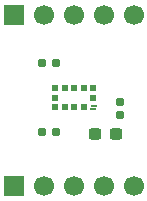
<source format=gbr>
%TF.GenerationSoftware,KiCad,Pcbnew,9.0.2*%
%TF.CreationDate,2025-11-02T17:25:33-06:00*%
%TF.ProjectId,just proximity actually,6a757374-2070-4726-9f78-696d69747920,rev?*%
%TF.SameCoordinates,Original*%
%TF.FileFunction,Soldermask,Top*%
%TF.FilePolarity,Negative*%
%FSLAX46Y46*%
G04 Gerber Fmt 4.6, Leading zero omitted, Abs format (unit mm)*
G04 Created by KiCad (PCBNEW 9.0.2) date 2025-11-02 17:25:33*
%MOMM*%
%LPD*%
G01*
G04 APERTURE LIST*
G04 Aperture macros list*
%AMRoundRect*
0 Rectangle with rounded corners*
0 $1 Rounding radius*
0 $2 $3 $4 $5 $6 $7 $8 $9 X,Y pos of 4 corners*
0 Add a 4 corners polygon primitive as box body*
4,1,4,$2,$3,$4,$5,$6,$7,$8,$9,$2,$3,0*
0 Add four circle primitives for the rounded corners*
1,1,$1+$1,$2,$3*
1,1,$1+$1,$4,$5*
1,1,$1+$1,$6,$7*
1,1,$1+$1,$8,$9*
0 Add four rect primitives between the rounded corners*
20,1,$1+$1,$2,$3,$4,$5,0*
20,1,$1+$1,$4,$5,$6,$7,0*
20,1,$1+$1,$6,$7,$8,$9,0*
20,1,$1+$1,$8,$9,$2,$3,0*%
G04 Aperture macros list end*
%ADD10R,1.700000X1.700000*%
%ADD11C,1.700000*%
%ADD12RoundRect,0.155000X0.155000X-0.212500X0.155000X0.212500X-0.155000X0.212500X-0.155000X-0.212500X0*%
%ADD13RoundRect,0.237500X-0.300000X-0.237500X0.300000X-0.237500X0.300000X0.237500X-0.300000X0.237500X0*%
%ADD14RoundRect,0.160000X-0.197500X-0.160000X0.197500X-0.160000X0.197500X0.160000X-0.197500X0.160000X0*%
%ADD15RoundRect,0.160000X0.197500X0.160000X-0.197500X0.160000X-0.197500X-0.160000X0.197500X-0.160000X0*%
%ADD16R,0.580000X0.250000*%
%ADD17R,0.500000X0.500000*%
%ADD18R,0.500000X0.250000*%
G04 APERTURE END LIST*
D10*
%TO.C,J4*%
X116320000Y-102100000D03*
D11*
X118860000Y-102100000D03*
X121400000Y-102100000D03*
X123940000Y-102100000D03*
X126480000Y-102100000D03*
%TD*%
D12*
%TO.C,C11*%
X125300000Y-96067500D03*
X125300000Y-94932500D03*
%TD*%
D13*
%TO.C,C12*%
X123237500Y-97700000D03*
X124962500Y-97700000D03*
%TD*%
D14*
%TO.C,R21*%
X118702500Y-97500000D03*
X119897500Y-97500000D03*
%TD*%
D15*
%TO.C,R20*%
X119897500Y-91700000D03*
X118702500Y-91700000D03*
%TD*%
D10*
%TO.C,J4*%
X116320000Y-87600000D03*
D11*
X118860000Y-87600000D03*
X121400000Y-87600000D03*
X123940000Y-87600000D03*
X126480000Y-87600000D03*
%TD*%
D16*
%TO.C,IC1*%
X123100000Y-95300000D03*
D17*
X122260000Y-95425000D03*
X121460000Y-95425000D03*
X120660000Y-95425000D03*
X119860000Y-95425000D03*
X119860000Y-94625000D03*
X119860000Y-93825000D03*
X120660000Y-93825000D03*
X121460000Y-93825000D03*
X122260000Y-93825000D03*
X123060000Y-93825000D03*
X123060000Y-94624000D03*
D18*
X123060000Y-95550000D03*
%TD*%
M02*

</source>
